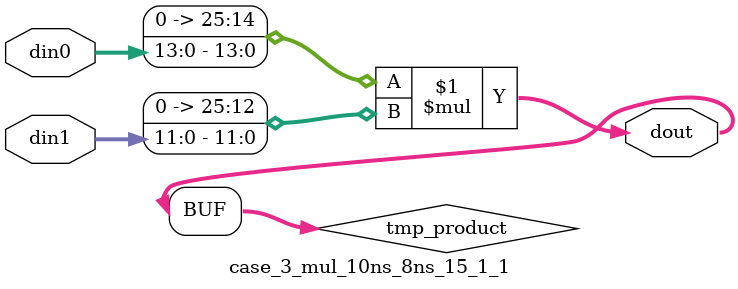
<source format=v>

`timescale 1 ns / 1 ps

 (* use_dsp = "no" *)  module case_3_mul_10ns_8ns_15_1_1(din0, din1, dout);
parameter ID = 1;
parameter NUM_STAGE = 0;
parameter din0_WIDTH = 14;
parameter din1_WIDTH = 12;
parameter dout_WIDTH = 26;

input [din0_WIDTH - 1 : 0] din0; 
input [din1_WIDTH - 1 : 0] din1; 
output [dout_WIDTH - 1 : 0] dout;

wire signed [dout_WIDTH - 1 : 0] tmp_product;
























assign tmp_product = $signed({1'b0, din0}) * $signed({1'b0, din1});











assign dout = tmp_product;





















endmodule

</source>
